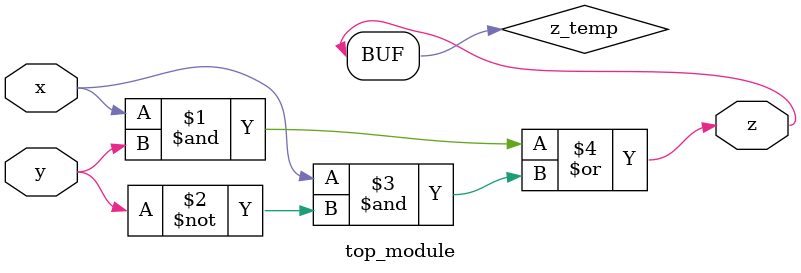
<source format=sv>
module top_module(
	input x,
	input y,
	output z);

	// Define internal signal
	wire z_temp;

	// Assign statements for internal signal
	assign z_temp = (x & y) | (x & ~y);

	// Output assignment
	assign z = z_temp;

endmodule

</source>
